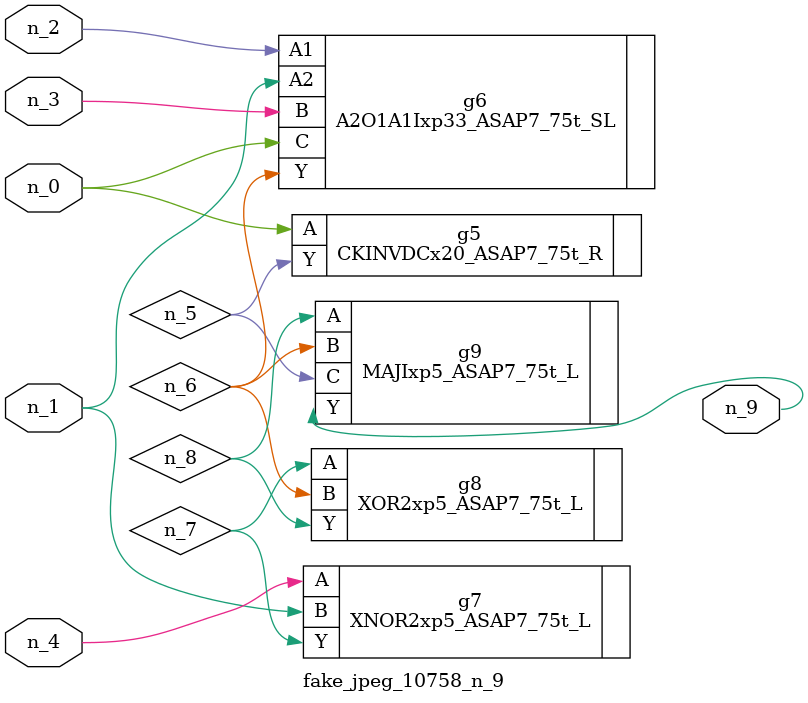
<source format=v>
module fake_jpeg_10758_n_9 (n_3, n_2, n_1, n_0, n_4, n_9);

input n_3;
input n_2;
input n_1;
input n_0;
input n_4;

output n_9;

wire n_8;
wire n_6;
wire n_5;
wire n_7;

CKINVDCx20_ASAP7_75t_R g5 ( 
.A(n_0),
.Y(n_5)
);

A2O1A1Ixp33_ASAP7_75t_SL g6 ( 
.A1(n_2),
.A2(n_1),
.B(n_3),
.C(n_0),
.Y(n_6)
);

XNOR2xp5_ASAP7_75t_L g7 ( 
.A(n_4),
.B(n_1),
.Y(n_7)
);

XOR2xp5_ASAP7_75t_L g8 ( 
.A(n_7),
.B(n_6),
.Y(n_8)
);

MAJIxp5_ASAP7_75t_L g9 ( 
.A(n_8),
.B(n_6),
.C(n_5),
.Y(n_9)
);


endmodule
</source>
